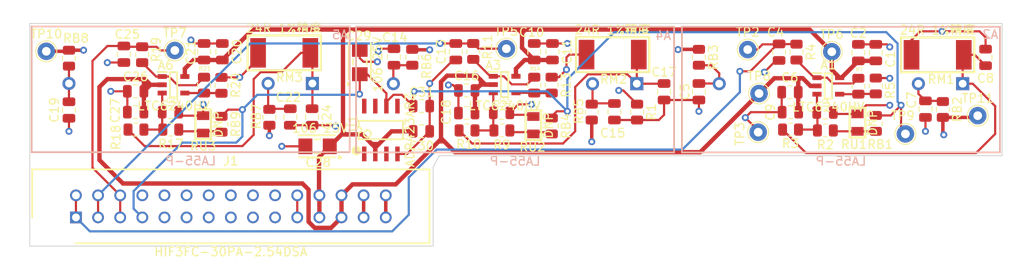
<source format=kicad_pcb>
(kicad_pcb (version 20221018) (generator pcbnew)
  (layers (0 "F.Cu" signal) (1 "In1.Cu" signal) (2 "In2.Cu" signal) (31 "B.Cu" signal) (34 "B.Paste" user) (35 "F.Paste" user) (36 "B.SilkS" user "B.Silkscreen") (37 "F.SilkS" user "F.Silkscreen") (38 "B.Mask" user) (39 "F.Mask" user) (44 "Edge.Cuts" user))
  (net 0 "")
  (net 1 "A+5V")
  (net 2 "Net-(A1--IN)")
  (net 3 "Net-(A1-+IN)")
  (net 4 "A-5V")
  (net 5 "Net-(A1-out)")
  (net 6 "Net-(A2-POS)")
  (net 7 "Net-(A2-NEG)")
  (net 8 "/CSO1")
  (net 9 "Net-(A3--IN)")
  (net 10 "Net-(A3-+IN)")
  (net 11 "Net-(A3-out)")
  (net 12 "Net-(A4-POS)")
  (net 13 "Net-(A4-NEG)")
  (net 14 "/CSO2")
  (net 15 "Net-(A5-POS)")
  (net 16 "Net-(A5-NEG)")
  (net 17 "/CSO3")
  (net 18 "Net-(A6--IN)")
  (net 19 "Net-(A6-+IN)")
  (net 20 "Net-(A6-out)")
  (net 21 "AGND")
  (net 22 "/VSO1")
  (net 23 "12VGND")
  (net 24 "/VSO2")
  (net 25 "/VSO3")
  (net 26 "REF_3V")
  (net 27 "+12")
  (net 28 "-12")
  (net 29 "Net-(R2-Pad1)")
  (net 30 "Net-(R9-Pad1)")
  (net 31 "Net-(R17-Pad1)")
  (footprint "Oshinoko:SOIC-8" (layer "F.Cu") (at 142.29 108.4 90)
    (fp_text reference "U1")
    (fp_text value "ADR423ARZ")
  )
  (footprint "TestPoint:TestPoint_THTPad_D2.0mm_Drill1.0mm" (layer "F.Cu") (at 186.3 96.4)
    (fp_text reference "TP2")
    (fp_text value "TP-黄色测试点")
  )
  (footprint "Resistor_SMD:R_0805_2012Metric" (layer "F.Cu") (at 180.7 97.2875 -90)
    (fp_text reference "RB3")
    (fp_text value "0R")
  )
  (footprint "Oshinoko:SOT95P280X100-5N" (layer "F.Cu") (at 120.4 100.45)
    (fp_text reference "A6")
    (fp_text value "LTC6240HV")
  )
  (footprint "Resistor_SMD:R_0805_2012Metric" (layer "F.Cu") (at 208.7 103.2875 -90)
    (fp_text reference "RB2")
    (fp_text value "0R")
  )
  (footprint "Capacitor_SMD:C_0805_2012Metric" (layer "F.Cu") (at 201 96.75 -90)
    (fp_text reference "C1")
    (fp_text value "105")
  )
  (footprint "Resistor_SMD:R_0805_2012Metric" (layer "F.Cu") (at 191.9 96.6875 -90)
    (fp_text reference "R4")
    (fp_text value "470R")
  )
  (footprint "Oshinoko:2512" (layer "F.Cu") (at 133.2 97.1 180)
    (fp_text reference "RM3")
    (fp_text value "24R 1%精度")
  )
  (footprint "Capacitor_SMD:C_0805_2012Metric" (layer "F.Cu") (at 148.85 102.9 180)
    (fp_text reference "C31")
    (fp_text value "104")
  )
  (footprint "Oshinoko:SHDR30W50P254_2X15_4560X850X1200P" (layer "F.Cu") (at 109.2 115.7)
    (fp_text reference "J1")
    (fp_text value "HIF3FC-30PA-2.54DSA")
  )
  (footprint "Resistor_SMD:R_0805_2012Metric" (layer "F.Cu") (at 116.0875 105.6)
    (fp_text reference "R18")
    (fp_text value "10k")
  )
  (footprint "Oshinoko:1206 (钽电容)" (layer "F.Cu") (at 141.775 99.2325 90)
    (fp_text reference "C29")
    (fp_text value "106 25V")
  )
  (footprint "Capacitor_SMD:C_0805_2012Metric" (layer "F.Cu") (at 126 96.65 -90)
    (fp_text reference "C20")
    (fp_text value "105")
  )
  (footprint "Capacitor_SMD:C_0805_2012Metric" (layer "F.Cu") (at 114.7 96.9375 90)
    (fp_text reference "C25")
    (fp_text value "103")
  )
  (footprint "Capacitor_SMD:C_0805_2012Metric" (layer "F.Cu") (at 108.4 103.35 90)
    (fp_text reference "C19")
    (fp_text value "47nf")
  )
  (footprint "Resistor_SMD:R_0805_2012Metric" (layer "F.Cu") (at 116.8 96.9875 -90)
    (fp_text reference "R19")
    (fp_text value "470R")
  )
  (footprint "Resistor_SMD:R_0805_2012Metric" (layer "F.Cu") (at 199 100.6125 -90)
    (fp_text reference "R7")
    (fp_text value "10k")
  )
  (footprint "TestPoint:TestPoint_THTPad_D2.0mm_Drill1.0mm" (layer "F.Cu") (at 105.8 96.6)
    (fp_text reference "TP10")
    (fp_text value "TP-黄色测试点")
  )
  (footprint "Capacitor_SMD:C_0805_2012Metric" (layer "F.Cu") (at 191.15 101.3)
    (fp_text reference "C6")
    (fp_text value "103")
  )
  (footprint "TestPoint:TestPoint_THTPad_D2.0mm_Drill1.0mm" (layer "F.Cu") (at 120.55 96.5)
    (fp_text reference "TP7")
    (fp_text value "TP-黄色测试点")
  )
  (footprint "TestPoint:TestPoint_THTPad_D2.0mm_Drill1.0mm" (layer "F.Cu") (at 204.4 106.1)
    (fp_text reference "TP9")
    (fp_text value "TP-黄色测试点")
  )
  (footprint "Resistor_SMD:R_0805_2012Metric" (layer "F.Cu") (at 195.2125 105.7 180)
    (fp_text reference "R2")
    (fp_text value "20k")
  )
  (footprint "Oshinoko:2512" (layer "F.Cu") (at 208.1966 97.3236 180)
    (fp_text reference "RM1")
    (fp_text value "24R 1%精度")
  )
  (footprint "Resistor_SMD:R_0805_2012Metric" (layer "F.Cu") (at 163.8 100.4875 -90)
    (fp_text reference "R13")
    (fp_text value "20k")
  )
  (footprint "Oshinoko:0805" (layer "F.Cu") (at 123.8 105 90)
    (fp_text reference "RU3")
    (fp_text value "DNP")
  )
  (footprint "Resistor_SMD:R_0805_2012Metric" (layer "F.Cu") (at 154.0875 105.7)
    (fp_text reference "R10")
    (fp_text value "10k")
  )
  (footprint "Capacitor_SMD:C_0805_2012Metric" (layer "F.Cu") (at 171 103.55 -90)
    (fp_text reference "C15")
    (fp_text value "47nf")
  )
  (footprint "Capacitor_SMD:C_0805_2012Metric" (layer "F.Cu") (at 161.8 96.65 -90)
    (fp_text reference "C10")
    (fp_text value "105")
  )
  (footprint "Resistor_SMD:R_0805_2012Metric" (layer "F.Cu") (at 163.809 105.1875 -90)
    (fp_text reference "RB4")
    (fp_text value "0R")
  )
  (footprint "Resistor_SMD:R_0805_2012Metric" (layer "F.Cu") (at 161.8 100.4875 -90)
    (fp_text reference "R14")
    (fp_text value "10k")
  )
  (footprint "Capacitor_SMD:C_0805_2012Metric" (layer "F.Cu") (at 195.1735 103.635)
    (fp_text reference "C3")
    (fp_text value "101")
  )
  (footprint "Capacitor_SMD:C_0805_2012Metric" (layer "F.Cu") (at 148.85 105.8 180)
    (fp_text reference "C30")
    (fp_text value "104")
  )
  (footprint "Resistor_SMD:R_0805_2012Metric" (layer "F.Cu") (at 201 100.5875 -90)
    (fp_text reference "R5")
    (fp_text value "20k")
  )
  (footprint "Oshinoko:SOT95P280X100-5N" (layer "F.Cu") (at 158.4 100.425)
    (fp_text reference "A3")
    (fp_text value "LTC6240HV")
  )
  (footprint "Resistor_SMD:R_0805_2012Metric" (layer "F.Cu") (at 125.9 100.5125 -90)
    (fp_text reference "R20")
    (fp_text value "20k")
  )
  (footprint "Resistor_SMD:R_0805_2012Metric" (layer "F.Cu") (at 147.8 97.2875 -90)
    (fp_text reference "RB6")
    (fp_text value "0R")
  )
  (footprint "Oshinoko:SOT95P280X100-5N" (layer "F.Cu") (at 195.55 100.58)
    (fp_text reference "A1")
    (fp_text value "LTC6240HV")
  )
  (footprint "Capacitor_SMD:C_0805_2012Metric" (layer "F.Cu") (at 154.05 103.7)
    (fp_text reference "C18")
    (fp_text value "105")
  )
  (footprint "Oshinoko:1206 (钽电容)" (layer "F.Cu") (at 138.3325 107.525 180)
    (fp_text reference "C28")
    (fp_text value "106 25V")
  )
  (footprint "Resistor_SMD:R_0805_2012Metric" (layer "F.Cu") (at 131.4 104.1875 -90)
    (fp_text reference "RB7")
    (fp_text value "0R")
  )
  (footprint "Capacitor_SMD:C_0805_2012Metric" (layer "F.Cu") (at 116.05 103.6)
    (fp_text reference "C27")
    (fp_text value "105")
  )
  (footprint "Resistor_SMD:R_0805_2012Metric" (layer "F.Cu") (at 158.0875 105.7 180)
    (fp_text reference "R9")
    (fp_text value "20k")
  )
  (footprint "Capacitor_SMD:C_0805_2012Metric" (layer "F.Cu") (at 199 96.75 -90)
    (fp_text reference "C2")
    (fp_text value "103")
  )
  (footprint "Capacitor_SMD:C_0805_2012Metric" (layer "F.Cu") (at 120.05 103.6)
    (fp_text reference "C23")
    (fp_text value "101")
  )
  (footprint "TestPoint:TestPoint_THTPad_D2.0mm_Drill1.0mm" (layer "F.Cu") (at 187.5 105.9)
    (fp_text reference "TP3")
    (fp_text value "TP-黄色测试点")
  )
  (footprint "Resistor_SMD:R_0805_2012Metric" (layer "F.Cu") (at 154.8 96.6125 -90)
    (fp_text reference "R11")
    (fp_text value "470R")
  )
  (footprint "Capacitor_SMD:C_0805_2012Metric" (layer "F.Cu") (at 180.7 101.25 90)
    (fp_text reference "C5")
    (fp_text value "47nf")
  )
  (footprint "Resistor_SMD:R_0805_2012Metric" (layer "F.Cu") (at 123.9 100.4875 -90)
    (fp_text reference "R21")
    (fp_text value "10k")
  )
  (footprint "Resistor_SMD:R_0805_2012Metric" (layer "F.Cu") (at 201 104.8875 -90)
    (fp_text reference "RB1")
    (fp_text value "0R")
  )
  (footprint "TestPoint:TestPoint_THTPad_D2.0mm_Drill1.0mm" (layer "F.Cu") (at 195.95 96.65)
    (fp_text reference "TP6")
    (fp_text value "TP-黄色测试点")
  )
  (footprint "Capacitor_SMD:C_0805_2012Metric" (layer "F.Cu") (at 191.2 103.6)
    (fp_text reference "C9")
    (fp_text value "105")
  )
  (footprint "Capacitor_SMD:C_0805_2012Metric" (layer "F.Cu") (at 163.89 96.65 -90)
    (fp_text reference "C11")
    (fp_text value "103")
  )
  (footprint "Capacitor_SMD:C_0805_2012Metric" (layer "F.Cu") (at 176.7 101.25 -90)
    (fp_text reference "C17")
    (fp_text value "4.7uF")
  )
  (footprint "TestPoint:TestPoint_THTPad_D2.0mm_Drill1.0mm" (layer "F.Cu") (at 158.6 96.3)
    (fp_text reference "TP5")
    (fp_text value "TP-黄色测试点")
  )
  (footprint "TestPoint:TestPoint_THTPad_D2.0mm_Drill1.0mm" (layer "F.Cu") (at 212.7 104)
    (fp_text reference "TP11")
    (fp_text value "TP-黄色测试点")
  )
  (footprint "Capacitor_SMD:C_0805_2012Metric" (layer "F.Cu") (at 189.9 96.7 90)
    (fp_text reference "C4")
    (fp_text value "103")
  )
  (footprint "Capacitor_SMD:C_0805_2012Metric" (layer "F.Cu") (at 116.05 101.2)
    (fp_text reference "C26")
    (fp_text value "103")
  )
  (footprint "Oshinoko:2512" (layer "F.Cu") (at 170.8966 97.3 180)
    (fp_text reference "RM2")
    (fp_text value "24R 1%精度")
  )
  (footprint "Capacitor_SMD:C_0805_2012Metric" (layer "F.Cu") (at 158.05 103.675)
    (fp_text reference "C12")
    (fp_text value "101")
  )
  (footprint "Capacitor_SMD:C_0805_2012Metric" (layer "F.Cu") (at 136.3 104.15 -90)
    (fp_text reference "C24")
    (fp_text value "4.7uF")
  )
  (footprint "Resistor_SMD:R_0805_2012Metric" (layer "F.Cu") (at 173.6 103.5875 -90)
    (fp_text reference "R1")
    (fp_text value "DNP")
  )
  (footprint "Resistor_SMD:R_0805_2012Metric" (layer "F.Cu") (at 191.2125 105.6)
    (fp_text reference "R3")
    (fp_text value "10k")
  )
  (footprint "Capacitor_SMD:C_0805_2012Metric" (layer "F.Cu") (at 133.8 104.15 -90)
    (fp_text reference "C22")
    (fp_text value "47nf")
  )
  (footprint "Oshinoko:0805" (layer "F.Cu") (at 161.7 105.1 90)
    (fp_text reference "RU2")
    (fp_text value "DNP")
  )
  (footprint "Resistor_SMD:R_0805_2012Metric" (layer "F.Cu") (at 168.4 103.5875 -90)
    (fp_text reference "RB5")
    (fp_text value "0R")
  )
  (footprint "Capacitor_SMD:C_0805_2012Metric" (layer "F.Cu") (at 154.05 101.1)
    (fp_text reference "C16")
    (fp_text value "103")
  )
  (footprint "Capacitor_SMD:C_0805_2012Metric" (layer "F.Cu") (at 152.8 96.65 90)
    (fp_text reference "C13")
    (fp_text value "103")
  )
  (footprint "Oshinoko:0805" (layer "F.Cu") (at 198.9 104.8 90)
    (fp_text reference "RU1")
    (fp_text value "DNP")
  )
  (footprint "Capacitor_SMD:C_0805_2012Metric" (layer "F.Cu") (at 123.9 96.65 -90)
    (fp_text reference "C21")
    (fp_text value "103")
  )
  (footprint "Resistor_SMD:R_0805_2012Metric" (layer "F.Cu") (at 108.4 97.3875 -90)
    (fp_text reference "RB8")
    (fp_text value "0R")
  )
  (footprint "Capacitor_SMD:C_0805_2012Metric" (layer "F.Cu") (at 213.6 97.3 90)
    (fp_text reference "C8")
    (fp_text value "4.7uF")
  )
  (footprint "Capacitor_SMD:C_0805_2012Metric" (layer "F.Cu") (at 206.7 103.25 -90)
    (fp_text reference "C7")
    (fp_text value "47nf")
  )
  (footprint "TestPoint:TestPoint_THTPad_D2.0mm_Drill1.0mm" (layer "F.Cu") (at 187.6 101.45)
    (fp_text reference "TP8")
    (fp_text value "TP-黄色测试点")
  )
  (footprint "Resistor_SMD:R_0805_2012Metric" (layer "F.Cu") (at 125.9 104.9875 -90)
    (fp_text reference "RB9")
    (fp_text value "0R")
  )
  (footprint "Capacitor_SMD:C_0805_2012Metric" (layer "F.Cu") (at 145.7 97.25 -90)
    (fp_text reference "C14")
    (fp_text value "47nf")
  )
  (footprint "Resistor_SMD:R_0805_2012Metric" (layer "F.Cu") (at 120.0875 105.6 180)
    (fp_text reference "R17")
    (fp_text value "20k")
  )
  (footprint "Oshinoko:XDCR_LA55-P" (layer "B.Cu") (at 122.37 100.975 180)
    (fp_text reference "A5")
    (fp_text value "LA55-P")
  )
  (footprint "Oshinoko:XDCR_LA55-P" (layer "B.Cu") (at 197 101 180)
    (fp_text reference "A2")
    (fp_text value "LA55-P")
  )
  (footprint "Oshinoko:XDCR_LA55-P" (layer "B.Cu") (at 159.6 101 180)
    (fp_text reference "A4")
    (fp_text value "LA55-P")
  )
  (gr_line (start 215.5 108.6) (end 150.9 108.6) (stroke (width 0.1)) (layer "Edge.Cuts"))
  (gr_line (start 150.2 119) (end 103.9 119) (stroke (width 0.1)) (layer "Edge.Cuts"))
  (gr_line (start 103.9 119) (end 103.9 93.4) (stroke (width 0.1)) (layer "Edge.Cuts"))
  (gr_line (start 150.2 109.9) (end 150.2 119) (stroke (width 0.1)) (layer "Edge.Cuts"))
  (gr_line (start 103.9 93.4) (end 215.5 93.4) (stroke (width 0.1)) (layer "Edge.Cuts"))
  (gr_line (start 150.9 108.6) (end 150.2 109.9) (stroke (width 0.1)) (layer "Edge.Cuts"))
  (gr_line (start 215.5 93.4) (end 215.5 108.6) (stroke (width 0.1)) (layer "Edge.Cuts"))
  (segment (start 160.7 94.1) (end 160.6 94.1) (width 0.5) (layer "F.Cu") (net 1))
  (segment (start 160.4 94.1) (end 160.4 94.5) (width 0.5) (layer "F.Cu") (net 1))
  (segment (start 159.7486 94.1) (end 160.7 94.1) (width 0.5) (layer "F.Cu") (net 1))
  (segment (start 140.35 94.1) (end 139.85 94.6) (width 0.5) (layer "F.Cu") (net 1))
  (segment (start 139.85 94.45) (end 140 94.3) (width 0.5) (layer "F.Cu") (net 1))
  (segment (start 160.7 94.1) (end 161.1 94.1) (width 0.5) (layer "F.Cu") (net 1))
  (segment (start 139.2 94.1) (end 139.5 94.1) (width 0.5) (layer "F.Cu") (net 1))
  (segment (start 143.56 107.665) (end 143.9625 107.2625) (width 0.5) (layer "F.Cu") (net 1))
  (segment (start 140.2 94.1) (end 140.5 94.1) (width 0.5) (layer "F.Cu") (net 1))
  (segment (start 159.7486 94.1) (end 160 94.1) (width 0.5) (layer "F.Cu") (net 1))
  (segment (start 137.1 113.12) (end 137.1 108.7575) (width 0.5) (layer "F.Cu") (net 1))
  (segment (start 137.14 113.16) (end 137.14 115.7) (width 0.5) (layer "F.Cu") (net 1))
  (segment (start 139.2 94.1) (end 140.2 94.1) (width 0.5) (layer "F.Cu") (net 1))
  (segment (start 143.9625 107.2625) (end 145.425 105.8) (width 0.5) (layer "F.Cu") (net 1))
  (segment (start 140.5 94.1) (end 159.7486 94.1) (width 0.5) (layer "F.Cu") (net 1))
  (segment (start 160.7 97.6) (end 161.8 97.6) (width 0.5) (layer "F.Cu") (net 1))
  (segment (start 163.89 97.6) (end 161.8 97.6) (width 0.5) (layer "F.Cu") (net 1))
  (segment (start 195.95 96.65) (end 195.95 98.73) (width 0.5) (layer "F.Cu") (net 1))
  (segment (start 139.5 94.1) (end 139.85 94.45) (width 0.5) (layer "F.Cu") (net 1))
  (segment (start 145.425 105.8) (end 147.9 105.8) (width 0.5) (layer "F.Cu") (net 1))
  (segment (start 122.7 97.6) (end 123.9 97.6) (width 0.5) (layer "F.Cu") (net 1))
  (segment (start 142.045 106.15) (end 143.0975 107.2025) (width 0.5) (layer "F.Cu") (net 1))
  (segment (start 139.85 106.0075) (end 139.85 105.9) (width 0.5) (layer "F.Cu") (net 1))
  (segment (start 140.4 106.15) (end 139.85 106.15) (width 0.5) (layer "F.Cu") (net 1))
  (segment (start 197.07 99.63) (end 199 97.7) (width 0.5) (layer "F.Cu") (net 1))
  (segment (start 143.0975 107.2025) (end 143.56 107.665) (width 0.5) (layer "F.Cu") (net 1))
  (segment (start 161.1 94.1) (end 160.8 94.1) (width 0.5) (layer "F.Cu") (net 1))
  (segment (start 195.95 98.73) (end 196.85 99.63) (width 0.5) (layer "F.Cu") (net 1))
  (segment (start 159.7 99.475) (end 159.7 98.6) (width 0.5) (layer "F.Cu") (net 1))
  (segment (start 160.4 96.2) (end 161.8 97.6) (width 0.5) (layer "F.Cu") (net 1))
  (segment (start 160.4 94.5) (end 160.4 96.2) (width 0.5) (layer "F.Cu") (net 1))
  (segment (start 143.56 107.665) (end 143.56 108.4) (width 0.5) (layer "F.Cu") (net 1))
  (segment (start 140.4 106.15) (end 140.1 106.15) (width 0.5) (layer "F.Cu") (net 1))
  (segment (start 137.14 113.16) (end 137.1 113.12) (width 0.5) (layer "F.Cu") (net 1))
  (segment (start 121.7 99.5) (end 121.7 98.6) (width 0.5) (layer "F.Cu") (net 1))
  (segment (start 196.85 99.63) (end 197.07 99.63) (width 0.5) (layer "F.Cu") (net 1))
  (segment (start 199 97.7) (end 201 97.7) (width 0.5) (layer "F.Cu") (net 1))
  (segment (start 121.7 98.6) (end 122.7 97.6) (width 0.5) (layer "F.Cu") (net 1))
  (segment (start 140.1 106.15) (end 139.85 105.9) (width 0.5) (layer "F.Cu") (net 1))
  (segment (start 137.1 108.7575) (end 139.85 106.0075) (width 0.5) (layer "F.Cu") (net 1))
  (segment (start 193.4 94.1) (end 195.95 96.65) (width 0.5) (layer "F.Cu") (net 1))
  (segment (start 143.0975 107.2025) (end 143.1575 107.2625) (width 0.5) (layer "F.Cu") (net 1))
  (segment (start 139.85 94.6) (end 139.85 94.45) (width 0.5) (layer "F.Cu") (net 1))
  (segment (start 159.7 98.6) (end 160.7 97.6) (width 0.5) (layer "F.Cu") (net 1))
  (segment (start 160.8 94.1) (end 160.4 94.5) (width 0.5) (layer "F.Cu") (net 1))
  (segment (start 143.1575 107.2625) (end 143.9625 107.2625) (width 0.5) (layer "F.Cu") (net 1))
  (segment (start 160 94.1) (end 160.4 94.5) (width 0.5) (layer "F.Cu") (net 1))
  (segment (start 126 97.6) (end 129.5 94.1) (width 0.5) (layer "F.Cu") (net 1))
  (segment (start 140.4 106.15) (end 142.045 106.15) (width 0.5) (layer "F.Cu") (net 1))
  (segment (start 129.5 94.1) (end 139.2 94.1) (width 0.5) (layer "F.Cu") (net 1))
  (segment (start 139.85 106.15) (end 139.85 94.6) (width 0.5) (layer "F.Cu") (net 1))
  (segment (start 161.1 94.1) (end 193.4 94.1) (width 0.5) (layer "F.Cu") (net 1))
  (segment (start 123.9 97.6) (end 126 97.6) (width 0.5) (layer "F.Cu") (net 1))
  (segment (start 140.5 94.1) (end 140.35 94.1) (width 0.5) (layer "F.Cu") (net 1))
  (segment (start 199.025 101.5) (end 199 101.525) (width 0.25) (layer "F.Cu") (net 2))
  (segment (start 196.85 101.53) (end 198.995 101.53) (width 0.25) (layer "F.Cu") (net 2))
  (segment (start 201 101.5) (end 199.025 101.5) (width 0.25) (layer "F.Cu") (net 2))
  (segment (start 198.995 101.53) (end 199 101.525) (width 0.25) (layer "F.Cu") (net 2))
  (segment (start 194.25 103.6085) (end 194.2235 103.635) (width 0.25) (layer "F.Cu") (net 3))
  (segment (start 194.2 105.6) (end 194.3 105.7) (width 0.25) (layer "F.Cu") (net 3))
  (segment (start 194.25 101.53) (end 194.25 103.6085) (width 0.25) (layer "F.Cu") (net 3))
  (segment (start 194.3 103.7115) (end 194.2235 103.635) (width 0.25) (layer "F.Cu") (net 3))
  (segment (start 192.125 105.6) (end 194.2 105.6) (width 0.25) (layer "F.Cu") (net 3))
  (segment (start 194.3 105.7) (end 194.3 103.7115) (width 0.25) (layer "F.Cu") (net 3))
  (segment (start 155.675 99.925672) (end 155.675 100.425) (width 0.5) (layer "F.Cu") (net 4))
  (segment (start 139.68 113.16) (end 139.68 115.7) (width 0.5) (layer "F.Cu") (net 4))
  (segment (start 117.75 100.45) (end 117.4 100.1) (width 0.5) (layer "F.Cu") (net 4))
  (segment (start 151.45 106.95) (end 150.85 106.95) (width 0.5) (layer "F.Cu") (net 4))
  (segment (start 193.78 100.58) (end 193.5 100.58) (width 0.5) (layer "F.Cu") (net 4))
  (segment (start 151.1 106.7) (end 150.85 106.95) (width 0.5) (layer "F.Cu") (net 4))
  (segment (start 119.1 100.45) (end 117.75 100.45) (width 0.5) (layer "F.Cu") (net 4))
  (segment (start 155 101.1) (end 155 103.7) (width 0.5) (layer "F.Cu") (net 4))
  (segment (start 112.8 99.8) (end 111.9 100.7) (width 0.5) (layer "F.Cu") (net 4))
  (segment (start 151.1 106.7) (end 151.2 106.7) (width 0.5) (layer "F.Cu") (net 4))
  (segment (start 192.1 103.55) (end 192.15 103.6) (width 0.5) (layer "F.Cu") (net 4))
  (segment (start 192.62 99.7) (end 192.4 99.7) (width 0.5) (layer "F.Cu") (net 4))
  (segment (start 117 100.5) (end 117 101.2) (width 0.5) (layer "F.Cu") (net 4))
  (segment (start 151.8 99.4) (end 151.1 100.1) (width 0.5) (layer "F.Cu") (net 4))
  (segment (start 187.6 101.45) (end 189.35 99.7) (width 0.5) (layer "F.Cu") (net 4))
  (segment (start 151.1 100.1) (end 151.1 106.7) (width 0.5) (layer "F.Cu") (net 4))
  (segment (start 117.1 99.8) (end 116.8 99.8) (width 0.5) (layer "F.Cu") (net 4))
  (segment (start 135.194214 111.8) (end 135.9 112.505786) (width 0.5) (layer "F.Cu") (net 4))
  (segment (start 117.75 100.45) (end 117 101.2) (width 0.5) (layer "F.Cu") (net 4))
  (segment (start 193.5 100.58) (end 192.62 99.7) (width 0.5) (layer "F.Cu") (net 4))
  (segment (start 192.1 99.9) (end 192.3 99.7) (width 0.5) (layer "F.Cu") (net 4))
  (segment (start 155.675 100.425) (end 155 101.1) (width 0.5) (layer "F.Cu") (net 4))
  (segment (start 180.85 108.2) (end 152.7 108.2) (width 0.5) (layer "F.Cu") (net 4))
  (segment (start 135.9 116.2) (end 136.6 116.9) (width 0.5) (layer "F.Cu") (net 4))
  (segment (start 151.2 106.7) (end 151.45 106.95) (width 0.5) (layer "F.Cu") (net 4))
  (segment (start 117 101.2) (end 117 103.6) (width 0.5) (layer "F.Cu") (net 4))
  (segment (start 192.1 101.3) (end 192.1 103.55) (width 0.5) (layer "F.Cu") (net 4))
  (segment (start 194.25 100.58) (end 193.78 100.58) (width 0.25) (layer "F.Cu") (net 4))
  (segment (start 117.4 100.1) (end 117.1 99.8) (width 0.5) (layer "F.Cu") (net 4))
  (segment (start 155.574664 99.825336) (end 155.149327 99.4) (width 0.5) (layer "F.Cu") (net 4))
  (segment (start 189.35 99.7) (end 191.9 99.7) (width 0.5) (layer "F.Cu") (net 4))
  (segment (start 155.574664 99.825336) (end 156.174327 100.425) (width 0.5) (layer "F.Cu") (net 4))
  (segment (start 116.8 99.8) (end 112.8 99.8) (width 0.5) (layer "F.Cu") (net 4))
  (segment (start 155.149327 99.4) (end 151.8 99.4) (width 0.5) (layer "F.Cu") (net 4))
  (segment (start 150.85 106.95) (end 145.9 111.9) (width 0.5) (layer "F.Cu") (net 4))
  (segment (start 192.3 99.7) (end 192.4 99.7) (width 0.5) (layer "F.Cu") (net 4))
  (segment (start 187.6 101.45) (end 180.85 108.2) (width 0.5) (layer "F.Cu") (net 4))
  (segment (start 111.9 109.1) (end 114.6 111.8) (width 0.5) (layer "F.Cu") (net 4))
  (segment (start 157.1 100.425) (end 155.675 100.425) (width 0.5) (layer "F.Cu") (net 4))
  (segment (start 136.6 116.9) (end 138.48 116.9) (width 0.5) (layer "F.Cu") (net 4))
  (segment (start 111.9 100.7) (end 111.9 109.1) (width 0.5) (layer "F.Cu") (net 4))
  (segment (start 138.48 116.9) (end 139.68 115.7) (width 0.5) (layer "F.Cu") (net 4))
  (segment (start 191.9 99.7) (end 192.1 99.9) (width 0.5) (layer "F.Cu") (net 4))
  (segment (start 116.8 99.8) (end 117 100) (width 0.5) (layer "F.Cu") (net 4))
  (segment (start 117 100) (end 117 100.5) (width 0.5) (layer "F.Cu") (net 4))
  (segment (start 192.1 99.9) (end 192.1 101.3) (width 0.5) (layer "F.Cu") (net 4))
  (segment (start 156.174327 100.425) (end 157.1 100.425) (width 0.5) (layer "F.Cu") (net 4))
  (segment (start 145.9 111.9) (end 140.94 111.9) (width 0.5) (layer "F.Cu") (net 4))
  (segment (start 152.7 108.2) (end 151.45 106.95) (width 0.5) (layer "F.Cu") (net 4))
  (segment (start 114.6 111.8) (end 135.194214 111.8) (width 0.5) (layer "F.Cu") (net 4))
  (segment (start 140.94 111.9) (end 139.68 113.16) (width 0.5) (layer "F.Cu") (net 4))
  (segment (start 117.25 100.25) (end 117 100.5) (width 0.5) (layer "F.Cu") (net 4))
  (segment (start 192.4 99.7) (end 191.9 99.7) (width 0.5) (layer "F.Cu") (net 4))
  (segment (start 155.574664 99.825336) (end 155.675 99.925672) (width 0.5) (layer "F.Cu") (net 4))
  (segment (start 135.9 112.505786) (end 135.9 116.2) (width 0.5) (layer "F.Cu") (net 4))
  (segment (start 117.4 100.1) (end 117.25 100.25) (width 0.5) (layer "F.Cu") (net 4))
  (segment (start 193.93 99.63) (end 191.9 97.6) (width 0.25) (layer "F.Cu") (net 5))
  (segment (start 196.07 100.3) (end 198.4 100.3) (width 0.25) (layer "F.Cu") (net 5))
  (segment (start 198.4 100.3) (end 199 99.7) (width 0.25) (layer "F.Cu") (net 5))
  (segment (start 195.4 99.63) (end 196.07 100.3) (width 0.25) (layer "F.Cu") (net 5))
  (segment (start 194.25 99.63) (end 195.4 99.63) (width 0.25) (layer "F.Cu") (net 5))
  (segment (start 194.25 99.63) (end 193.93 99.63) (width 0.25) (layer "F.Cu") (net 5))
  (segment (start 180.7 98.2) (end 182.1 98.2) (width 0.25) (layer "F.Cu") (net 6))
  (segment (start 183.03 99.13) (end 183.03 100.325) (width 0.25) (layer "F.Cu") (net 6))
  (segment (start 180.7 100.3) (end 183.005 100.3) (width 0.25) (layer "F.Cu") (net 6))
  (segment (start 183.005 100.3) (end 183.03 100.325) (width 0.25) (layer "F.Cu") (net 6))
  (segment (start 182.1 98.2) (end 183.03 99.13) (width 0.25) (layer "F.Cu") (net 6))
  (segment (start 208.625 102.3) (end 208.7 102.375) (width 0.25) (layer "F.Cu") (net 7))
  (segment (start 206.7 102.3) (end 208.625 102.3) (width 0.25) (layer "F.Cu") (net 7))
  (segment (start 205.89 101.49) (end 206.7 102.3) (width 0.25) (layer "F.Cu") (net 7))
  (segment (start 205.89 100.325) (end 205.89 101.49) (width 0.25) (layer "F.Cu") (net 7))
  (segment (start 210.97 100.325) (end 210.97 97.13) (width 0.25) (layer "F.Cu") (net 8))
  (segment (start 190.3 105.6) (end 193 108.3) (width 0.25) (layer "F.Cu") (net 8))
  (segment (start 212.5 108.3) (end 214.7 106.1) (width 0.25) (layer "F.Cu") (net 8))
  (segment (start 212.35 97) (end 211.1 97) (width 0.25) (layer "F.Cu") (net 8))
  (segment (start 193 108.3) (end 212.5 108.3) (width 0.25) (layer "F.Cu") (net 8))
  (segment (start 210.97 97.13) (end 211.1 97) (width 0.25) (layer "F.Cu") (net 8))
  (segment (start 214.7 106.1) (end 214.7 102.9) (width 0.25) (layer "F.Cu") (net 8))
  (segment (start 214.7 102.9) (end 212.125 100.325) (width 0.25) (layer "F.Cu") (net 8))
  (segment (start 213.6 98.25) (end 212.35 97) (width 0.25) (layer "F.Cu") (net 8))
  (segment (start 212.125 100.325) (end 210.97 100.325) (width 0.25) (layer "F.Cu") (net 8))
  (segment (start 161.775 101.375) (end 161.8 101.4) (width 0.25) (layer "F.Cu") (net 9))
  (segment (start 163.8 101.4) (end 161.8 101.4) (width 0.25) (layer "F.Cu") (net 9))
  (segment (start 159.7 101.375) (end 161.775 101.375) (width 0.25) (layer "F.Cu") (net 9))
  (segment (start 155 105.7) (end 157.175 105.7) (width 0.25) (layer "F.Cu") (net 10))
  (segment (start 157.1 103.675) (end 157.1 105.625) (width 0.25) (layer "F.Cu") (net 10))
  (segment (start 157.1 101.375) (end 157.1 103.675) (width 0.25) (layer "F.Cu") (net 10))
  (segment (start 157.1 105.625) (end 157.175 105.7) (width 0.25) (layer "F.Cu") (net 10))
  (segment (start 158.3 99.475) (end 159.225 100.4) (width 0.25) (layer "F.Cu") (net 11))
  (segment (start 157.1 99.475) (end 156.75 99.475) (width 0.25) (layer "F.Cu") (net 11))
  (segment (start 159.225 100.4) (end 160.975 100.4) (width 0.25) (layer "F.Cu") (net 11))
  (segment (start 160.975 100.4) (end 161.8 99.575) (width 0.25) (layer "F.Cu") (net 11))
  (segment (start 157.1 99.475) (end 158.3 99.475) (width 0.25) (layer "F.Cu") (net 11))
  (segment (start 156.75 99.475) (end 154.8 97.525) (width 0.25) (layer "F.Cu") (net 11))
  (segment (start 145.7 98.2) (end 147.8 98.2) (width 0.25) (layer "F.Cu") (net 12))
  (segment (start 145.63 100.325) (end 145.63 98.27) (width 0.25) (layer "F.Cu") (net 12))
  (segment (start 145.63 98.27) (end 145.7 98.2) (width 0.25) (layer "F.Cu") (net 12))
  (segment (start 168.49 100.325) (end 168.49 102.585) (width 0.25) (layer "F.Cu") (net 13))
  (segment (start 168.49 102.585) (end 170.59 102.585) (width 0.25) (layer "F.Cu") (net 13))
  (segment (start 170.59 102.585) (end 170.7 102.475) (width 0.25) (layer "F.Cu") (net 13))
  (segment (start 165.1 107.2) (end 166.5 105.8) (width 0.25) (layer "F.Cu") (net 14))
  (segment (start 176.675 100.325) (end 173.57 100.325) (width 0.25) (layer "F.Cu") (net 14))
  (segment (start 167.95 99.25) (end 172.495 99.25) (width 0.25) (layer "F.Cu") (net 14))
  (segment (start 153.175 105.7) (end 154.675 107.2) (width 0.25) (layer "F.Cu") (net 14))
  (segment (start 173.57 97.043) (end 173.5034 96.9764) (width 0.25) (layer "F.Cu") (net 14))
  (segment (start 154.675 107.2) (end 165.1 107.2) (width 0.25) (layer "F.Cu") (net 14))
  (segment (start 172.495 99.25) (end 173.57 100.325) (width 0.25) (layer "F.Cu") (net 14))
  (segment (start 166.5 105.8) (end 166.5 100.7) (width 0.25) (layer "F.Cu") (net 14))
  (segment (start 176.7 100.3) (end 176.675 100.325) (width 0.25) (layer "F.Cu") (net 14))
  (segment (start 166.5 100.7) (end 167.95 99.25) (width 0.25) (layer "F.Cu") (net 14))
  (segment (start 173.57 100.325) (end 173.57 97.043) (width 0.25) (layer "F.Cu") (net 14))
  (segment (start 108.4 100.3) (end 108.4 102.4) (width 0.25) (layer "F.Cu") (net 15))
  (segment (start 108.4 98.3) (end 108.4 100.3) (width 0.25) (layer "F.Cu") (net 15))
  (segment (start 133.535 103.21) (end 133.6 103.275) (width 0.25) (layer "F.Cu") (net 16))
  (segment (start 131.26 100.3) (end 131.26 103.18) (width 0.25) (layer "F.Cu") (net 16))
  (segment (start 131.29 103.21) (end 133.535 103.21) (width 0.25) (layer "F.Cu") (net 16))
  (segment (start 131.26 103.18) (end 131.29 103.21) (width 0.25) (layer "F.Cu") (net 16))
  (segment (start 117.075 107.5) (end 128.3 107.5) (width 0.25) (layer "F.Cu") (net 17))
  (segment (start 130.4 99) (end 132.8 99) (width 0.25) (layer "F.Cu") (net 17))
  (segment (start 136.34 100.3) (end 136.34 103.16) (width 0.25) (layer "F.Cu") (net 17))
  (segment (start 128.3 107.5) (end 129.6 106.2) (width 0.25) (layer "F.Cu") (net 17))
  (segment (start 136.34 97.013) (end 136.1034 96.7764) (width 0.25) (layer "F.Cu") (net 17))
  (segment (start 136.34 100.3) (end 136.34 97.013) (width 0.25) (layer "F.Cu") (net 17))
  (segment (start 136.34 103.16) (end 136.3 103.2) (width 0.25) (layer "F.Cu") (net 17))
  (segment (start 115.175 105.6) (end 117.075 107.5) (width 0.25) (layer "F.Cu") (net 17))
  (segment (start 129.6 99.8) (end 130.4 99) (width 0.25) (layer "F.Cu") (net 17))
  (segment (start 135.0236 96.7764) (end 136.1034 96.7764) (width 0.25) (layer "F.Cu") (net 17))
  (segment (start 132.8 99) (end 135.0236 96.7764) (width 0.25) (layer "F.Cu") (net 17))
  (segment (start 129.6 106.2) (end 129.6 99.8) (width 0.25) (layer "F.Cu") (net 17))
  (segment (start 125.875 101.4) (end 125.9 101.425) (width 0.25) (layer "F.Cu") (net 18))
  (segment (start 123.9 101.4) (end 125.875 101.4) (width 0.25) (layer "F.Cu") (net 18))
  (segment (start 121.7 101.4) (end 123.9 101.4) (width 0.25) (layer "F.Cu") (net 18))
  (segment (start 119.1 105.525) (end 119.175 105.6) (width 0.25) (layer "F.Cu") (net 19))
  (segment (start 119.1 103.6) (end 119.1 105.525) (width 0.25) (layer "F.Cu") (net 19))
  (segment (start 119.175 105.6) (end 117 105.6) (width 0.25) (layer "F.Cu") (net 19))
  (segment (start 119.1 101.4) (end 119.1 103.6) (width 0.25) (layer "F.Cu") (net 19))
  (segment (start 119.1 99.5) (end 118.4 99.5) (width 0.25) (layer "F.Cu") (net 20))
  (segment (start 120.875 100.5) (end 122.975 100.5) (width 0.25) (layer "F.Cu") (net 20))
  (segment (start 122.975 100.5) (end 123.9 99.575) (width 0.25) (layer "F.Cu") (net 20))
  (segment (start 119.875 99.5) (end 120.875 100.5) (width 0.25) (layer "F.Cu") (net 20))
  (segment (start 119.1 99.5) (end 119.875 99.5) (width 0.25) (layer "F.Cu") (net 20))
  (segment (start 118.4 99.5) (end 116.8 97.9) (width 0.25) (layer "F.Cu") (net 20))
  (segment (start 141.775 96.4325) (end 141.775 97.375) (width 0.25) (layer "F.Cu") (net 21))
  (segment (start 141.775 97.375) (end 142.2 97.8) (width 0.25) (layer "F.Cu") (net 21))
  (segment (start 189.55 97.65) (end 188.2 99) (width 0.25) (layer "F.Cu") (net 21))
  (segment (start 201 95.8) (end 202.3 95.8) (width 0.25) (layer "F.Cu") (net 21))
  (segment (start 199 95.8) (end 201 95.8) (width 0.25) (layer "F.Cu") (net 21))
  (segment (start 190.25 103.6) (end 186.651376 103.6) (width 0.25) (layer "F.Cu") (net 21))
  (segment (start 187.5 105.7) (end 187.5 105.9) (width 0.25) (layer "F.Cu") (net 21))
  (segment (start 186.025688 104.225688) (end 187.5 105.7) (width 0.25) (layer "F.Cu") (net 21))
  (segment (start 159.975 102.7) (end 159 103.675) (width 0.25) (layer "F.Cu") (net 21))
  (segment (start 112.8125 97.8875) (end 112.8 97.9) (width 0.25) (layer "F.Cu") (net 21))
  (segment (start 196.2885 103.8) (end 198.9 103.8) (width 0.25) (layer "F.Cu") (net 21))
  (segment (start 115.1 101.2) (end 113.2 101.2) (width 0.25) (layer "F.Cu") (net 21))
  (segment (start 115.1 101.2) (end 115.1 103.6) (width 0.25) (layer "F.Cu") (net 21))
  (segment (start 190.2 103.55) (end 190.25 103.6) (width 0.25) (layer "F.Cu") (net 21))
  (segment (start 152.4755 100.4755) (end 153.1 101.1) (width 0.25) (layer "F.Cu") (net 21))
  (segment (start 159.225 103.9) (end 161.7 103.9) (width 0.25) (layer "F.Cu") (net 21))
  (segment (start 149.8 102.9) (end 149.8 100.3) (width 0.25) (layer "F.Cu") (net 21))
  (segment (start 161.5 102.7) (end 159.975 102.7) (width 0.25) (layer "F.Cu") (net 21))
  (segment (start 153.1 103.7) (end 153.1 101.1) (width 0.25) (layer "F.Cu") (net 21))
  (segment (start 161.8 95.7) (end 163.89 95.7) (width 0.25) (layer "F.Cu") (net 21))
  (segment (start 171.5 101.1) (end 172.025 101.1) (width 0.25) (layer "F.Cu") (net 21))
  (segment (start 196.1235 103.635) (end 196.2885 103.8) (width 0.25) (layer "F.Cu") (net 21))
  (segment (start 189.9 97.65) (end 189.55 97.65) (width 0.25) (layer "F.Cu") (net 21))
  (segment (start 123.9 95.7) (end 126 95.7) (width 0.25) (layer "F.Cu") (net 21))
  (segment (start 152.8 97.6) (end 152.5 97.6) (width 0.25) (layer "F.Cu") (net 21))
  (segment (start 159 103.675) (end 159.225 103.9) (width 0.25) (layer "F.Cu") (net 21))
  (segment (start 114.7 97.8875) (end 112.8125 97.8875) (width 0.25) (layer "F.Cu") (net 21))
  (segment (start 142.2 97.8) (end 143.8 97.8) (width 0.25) (layer "F.Cu") (net 21))
  (segment (start 202.3 95.8) (end 202.6 96.1) (width 0.25) (layer "F.Cu") (net 21))
  (segment (start 163.89 95.7) (end 165.6 95.7) (width 0.25) (layer "F.Cu") (net 21))
  (segment (start 199.9 102.8) (end 202.6 102.8) (width 0.25) (layer "F.Cu") (net 21))
  (segment (start 190.2 101.3) (end 190.2 103.55) (width 0.25) (layer "F.Cu") (net 21))
  (segment (start 123.9 95.7) (end 122.8 95.7) (width 0.25) (layer "F.Cu") (net 21))
  (segment (start 146.1 108.4) (end 147.2 108.4) (width 0.25) (layer "F.Cu") (net 21))
  (segment (start 149.8 105.8) (end 149.8 102.9) (width 0.25) (layer "F.Cu") (net 21))
  (segment (start 123.8 102.7) (end 123.8 104) (width 0.25) (layer "F.Cu") (net 21))
  (segment (start 123.8 104) (end 121.4 104) (width 0.25) (layer "F.Cu") (net 21))
  (segment (start 147.2 108.4) (end 149.8 105.8) (width 0.25) (layer "F.Cu") (net 21))
  (segment (start 135.5325 107.525) (end 132.825 107.525) (width 0.25) (layer "F.Cu") (net 21))
  (segment (start 186.651376 103.6) (end 186.025688 104.225688) (width 0.25) (layer "F.Cu") (net 21))
  (segment (start 152.5 97.6) (end 149.8 100.3) (width 0.25) (layer "F.Cu") (net 21))
  (segment (start 151.9495 100.4755) (end 152.4755 100.4755) (width 0.25) (layer "F.Cu") (net 21))
  (segment (start 132.8 107.5) (end 132.825 107.525) (width 0.25) (layer "F.Cu") (net 21))
  (segment (start 122.8 95.7) (end 122.4 95.3) (width 0.25) (layer "F.Cu") (net 21))
  (segment (start 172.025 101.1) (end 173.6 102.675) (width 0.25) (layer "F.Cu") (net 21))
  (segment (start 121.4 104) (end 121 103.6) (width 0.25) (layer "F.Cu") (net 21))
  (segment (start 198.9 103.8) (end 199.9 102.8) (width 0.25) (layer "F.Cu") (net 21))
  (via (at 171.5 101.1) (size 0.8) (drill 0.4) (layers "F.Cu" "B.Cu") (net 21))
  (via (at 113.2 101.2) (size 0.8) (drill 0.4) (layers "F.Cu" "B.Cu") (net 21))
  (via (at 132.825 107.525) (size 0.8) (drill 0.4) (layers "F.Cu" "B.Cu") (net 21))
  (via (at 161.5 102.7) (size 0.8) (drill 0.4) (layers "F.Cu" "B.Cu") (net 21))
  (via (at 186.025688 104.225688) (size 0.8) (drill 0.4) (layers "F.Cu" "B.Cu") (net 21))
  (via (at 202.6 96.1) (size 0.8) (drill 0.4) (layers "F.Cu" "B.Cu") (net 21))
  (via (at 202.6 102.8) (size 0.8) (drill 0.4) (layers "F.Cu" "B.Cu") (net 21))
  (via (at 149.8 100.3) (size 0.8) (drill 0.4) (layers "F.Cu" "B.Cu") (net 21))
  (via (at 188.2 99) (size 0.8) (drill 0.4) (layers "F.Cu" "B.Cu") (net 21))
  (via (at 112.8 97.9) (size 0.8) (drill 0.4) (layers "F.Cu" "B.Cu") (net 21))
  (via (at 165.6 95.7) (size 0.8) (drill 0.4) (layers "F.Cu" "B.Cu") (net 21))
  (via (at 151.9495 100.4755) (size 0.8) (drill 0.4) (layers "F.Cu" "B.Cu") (net 21))
  (via (at 122.4 95.3) (size 0.8) (drill 0.4) (layers "F.Cu" "B.Cu") (net 21))
  (via (at 143.8 97.8) (size 0.8) (drill 0.4) (layers "F.Cu" "B.Cu") (net 21))
  (via (at 123.8 102.7) (size 0.8) (drill 0.4) (layers "F.Cu" "B.Cu") (net 21))
  (segment (start 189.75 95.75) (end 189.9 95.75) (width 0.25) (layer "F.Cu") (net 22))
  (segment (start 186.6 98.9) (end 189.75 95.75) (width 0.25) (layer "F.Cu") (net 22))
  (segment (start 188 95.8) (end 189.85 95.8) (width 0.25) (layer "F.Cu") (net 22))
  (segment (start 109.2 113.16) (end 109.2 115.7) (width 0.25) (layer "F.Cu") (net 22))
  (segment (start 189.925 95.775) (end 189.9 95.75) (width 0.25) (layer "F.Cu") (net 22))
  (segment (start 186.3 96.4) (end 187.4 96.4) (width 0.25) (layer "F.Cu") (net 22))
  (segment (start 189.85 95.8) (end 189.9 95.75) (width 0.25) (layer "F.Cu") (net 22))
  (segment (start 191.9 95.775) (end 189.925 95.775) (width 0.25) (layer "F.Cu") (net 22))
  (segment (start 187.4 96.4) (end 188 95.8) (width 0.25) (layer "F.Cu") (net 22))
  (segment (start 185.4 98.9) (end 186.6 98.9) (width 0.25) (layer "F.Cu") (net 22))
  (via (at 185.4 98.9) (size 0.8) (drill 0.4) (layers "F.Cu" "B.Cu") (net 22))
  (segment (start 145.5 117.3) (end 110.8 117.3) (width 0.25) (layer "B.Cu") (net 22))
  (segment (start 110.8 117.3) (end 109.2 115.7) (width 0.25) (layer "B.Cu") (net 22))
  (segment (start 185.4 98.9) (end 185.4 101.3) (width 0.25) (layer "B.Cu") (net 22))
  (segment (start 147.4 111.1) (end 147.4 115.4) (width 0.25) (layer "B.Cu") (net 22))
  (segment (start 185.4 101.3) (end 178.8 107.9) (width 0.25) (layer "B.Cu") (net 22))
  (segment (start 178.8 107.9) (end 150.6 107.9) (width 0.25) (layer "B.Cu") (net 22))
  (segment (start 147.4 115.4) (end 145.5 117.3) (width 0.25) (layer "B.Cu") (net 22))
  (segment (start 150.6 107.9) (end 147.4 111.1) (width 0.25) (layer "B.Cu") (net 22))
  (segment (start 108.4 104.3) (end 108.4 105.8) (width 0.25) (layer "F.Cu") (net 23))
  (segment (start 173.6 104.5) (end 176.1 104.5) (width 0.25) (layer "F.Cu") (net 23))
  (segment (start 144.2 96.3) (end 143.9 96.6) (width 0.25) (layer "F.Cu") (net 23))
  (segment (start 163.8 99.575) (end 164.625 99.575) (width 0.25) (layer "F.Cu") (net 23))
  (segment (start 133.8 105.1) (end 136.3 105.1) (width 0.25) (layer "F.Cu") (net 23))
  (segment (start 202.575 99.675) (end 202.6 99.7) (width 0.25) (layer "F.Cu") (net 23))
  (segment (start 136.3 105.1) (end 138.9 105.1) (width 0.25) (layer "F.Cu") (net 23))
  (segment (start 206.7 104.2) (end 206.7 105.8) (width 0.25) (layer "F.Cu") (net 23))
  (segment (start 213.6 95) (end 212.9 94.3) (width 0.25) (layer "F.Cu") (net 23))
  (segment (start 167.5034 96.9764) (end 165.8236 96.9764) (width 0.25) (layer "F.Cu") (net 23))
  (segment (start 138.9 105.1) (end 139 105.2) (width 0.25) (layer "F.Cu") (net 23))
  (segment (start 213.6 96.35) (end 213.6 95) (width 0.25) (layer "F.Cu") (net 23))
  (segment (start 145.7 96.3) (end 144.2 96.3) (width 0.25) (layer "F.Cu") (net 23))
  (segment (start 130.1034 96.7764) (end 130.1034 97.4966) (width 0.25) (layer "F.Cu") (net 23))
  (segment (start 130.1034 97.4966) (end 128 99.6) (width 0.25) (layer "F.Cu") (net 23))
  (segment (start 205.9 94.5) (end 206.1 94.3) (width 0.25) (layer "F.Cu") (net 23))
  (segment (start 171 104.5) (end 173.6 104.5) (width 0.25) (layer "F.Cu") (net 23))
  (segment (start 164.625 99.575) (end 165.5 98.7) (width 0.25) (layer "F.Cu") (net 23))
  (segment (start 205.1 95.3) (end 205.9 94.5) (width 0.25) (layer "F.Cu") (net 23))
  (segment (start 176.1 104.5) (end 176.7 103.9) (width 0.25) (layer "F.Cu") (net 23))
  (segment (start 206.1 94.3) (end 208.6 94.3) (width 0.25) (layer "F.Cu") (net 23))
  (segment (start 176.7 102.2) (end 180.7 102.2) (width 0.25) (layer "F.Cu") (net 23))
  (segment (start 125.9 99.6) (end 128 99.6) (width 0.25) (layer "F.Cu") (net 23))
  (segment (start 180.7 102.2) (end 180.7 103.5) (width 0.25) (layer "F.Cu") (net 23))
  (segment (start 176.7 103.9) (end 176.7 102.2) (width 0.25) (layer "F.Cu") (net 23))
  (segment (start 201 99.675) (end 202.575 99.675) (width 0.25) (layer "F.Cu") (net 23))
  (segment (start 165.5 97.3) (end 165.5 98.7) (width 0.25) (layer "F.Cu") (net 23))
  (segment (start 134.6 113.16) (end 134.6 115.7) (width 0.25) (layer "F.Cu") (net 23))
  (segment (start 205.1 97) (end 205.1 95.3) (width 0.25) (layer "F.Cu") (net 23))
  (segment (start 165.8236 96.9764) (end 165.5 97.3) (width 0.25) (layer "F.Cu") (net 23))
  (segment (start 212.9 94.3) (end 208.6 94.3) (width 0.25) (layer "F.Cu") (net 23))
  (via (at 208.6 94.3) (size 0.8) (drill 0.4) (layers "F.Cu" "B.Cu") (net 23))
  (via (at 206.7 105.8) (size 0.8) (drill 0.4) (layers "F.Cu" "B.Cu") (net 23))
  (via (at 165.5 98.7) (size 0.8) (drill 0.4) (layers "F.Cu" "B.Cu") (net 23))
  (via (at 108.4 105.8) (size 0.8) (drill 0.4) (layers "F.Cu" "B.Cu") (net 23))
  (via (at 128 99.6) (size 0.8) (drill 0.4) (layers "F.Cu" "B.Cu") (net 23))
  (via (at 180.7 103.5) (size 0.8) (drill 0.4) (layers "F.Cu" "B.Cu") (net 23))
  (via (at 202.6 99.7) (size 0.8) (drill 0.4) (layers "F.Cu" "B.Cu") (net 23))
  (via (at 143.9 96.6) (size 0.8) (drill 0.4) (layers "F.Cu" "B.Cu") (net 23))
  (via (at 139 105.2) (size 0.8) (drill 0.4) (layers "F.Cu" "B.Cu") (net 23))
  (segment (start 111.74 113.16) (end 111.74 115.7) (width 0.25) (layer "F.Cu") (net 24))
  (segment (start 152.8 95.7) (end 151 95.7) (width 0.25) (layer "F.Cu") (net 24))
  (segment (start 152.8 95.7) (end 154.8 95.7) (width 0.25) (layer "F.Cu") (net 24))
  (segment (start 154.8 95.7) (end 155.4 96.3) (width 0.25) (layer "F.Cu") (net 24))
  (segment (start 155.4 96.3) (end 158.6 96.3) (width 0.25) (layer "F.Cu") (net 24))
  (via (at 151 95.7) (size 0.8) (drill 0.4) (layers "F.Cu" "B.Cu") (net 24))
  (segment (start 151 95.7) (end 129.2 95.7) (width 0.25) (layer "B.Cu") (net 24))
  (segment (start 129.2 95.7) (end 111.74 113.16) (width 0.25) (layer "B.Cu") (net 24))
  (segment (start 114.28 113.16) (end 111.1 109.98) (width 0.25) (layer "F.Cu") (net 25))
  (segment (start 116.8 96.075) (end 114.7875 96.075) (width 0.25) (layer "F.Cu") (net 25))
  (segment (start 114.7875 96.075) (end 114.7 95.9875) (width 0.25) (layer "F.Cu") (net 25))
  (segment (start 114.28 113.16) (end 114.28 115.7) (width 0.25) (layer "F.Cu") (net 25))
  (segment (start 116.805 96.08) (end 116.8 96.075) (width 0.25) (layer "F.Cu") (net 25))
  (segment (start 118.87 96.5) (end 118.45 96.08) (width 0.25) (layer "F.Cu") (net 25))
  (segment (start 112.8125 95.9875) (end 114.7 95.9875) (width 0.25) (layer "F.Cu") (net 25))
  (segment (start 111.1 97.7) (end 112.8125 95.9875) (width 0.25) (layer "F.Cu") (net 25))
  (segment (start 111.1 109.98) (end 111.1 97.7) (width 0.25) (layer "F.Cu") (net 25))
  (segment (start 118.45 96.08) (end 116.805 96.08) (width 0.25) (layer "F.Cu") (net 25))
  (segment (start 120.55 96.5) (end 118.87 96.5) (width 0.25) (layer "F.Cu") (net 25))
  (segment (start 142.6325 99.2325) (end 141.775 99.2325) (width 0.25) (layer "F.Cu") (net 26))
  (segment (start 165.6 103.5) (end 164.384 103.5) (width 0.25) (layer "F.Cu") (net 26))
  (segment (start 144.83 102.415) (end 144.83 102.9) (width 0.25) (layer "F.Cu") (net 26))
  (segment (start 141.750148 101.522495) (end 141.775 101.497643) (width 0.25) (layer "F.Cu") (net 26))
  (segment (start 146.6 101.6) (end 145.645 101.6) (width 0.25) (layer "F.Cu") (net 26))
  (segment (start 126.668212 103.306788) (end 125.9 104.075) (width 0.25) (layer "F.Cu") (net 26))
  (segment (start 144.83 102.9) (end 144.83 101.43) (width 0.25) (layer "F.Cu") (net 26))
  (segment (start 144.83 101.43) (end 142.6325 99.2325) (width 0.25) (layer "F.Cu") (net 26))
  (segment (start 147.9 102.9) (end 146.6 101.6) (width 0.25) (layer "F.Cu") (net 26))
  (segment (start 202.725 103.975) (end 201 103.975) (width 0.25) (layer "F.Cu") (net 26))
  (segment (start 145.645 101.6) (end 144.83 102.415) (width 0.25) (layer "F.Cu") (net 26))
  (segment (start 147.9 101.3) (end 148 101.2) (width 0.25) (layer "F.Cu") (net 26))
  (segment (start 147.9 102.9) (end 147.9 101.3) (width 0.25) (layer "F.Cu") (net 26))
  (segment (start 164.384 103.5) (end 163.809 104.075) (width 0.25) (layer "F.Cu") (net 26))
  (segment (start 203.9 102.8) (end 203.9 105.9) (width 0.25) (layer "F.Cu") (net 26))
  (segment (start 141.775 101.497643) (end 141.775 99.2325) (width 0.25) (layer "F.Cu") (net 26))
  (segment (start 128.306787 103.306788) (end 126.668212 103.306788) (width 0.25) (layer "F.Cu") (net 26))
  (segment (start 203.9 102.8) (end 202.725 103.975) (width 0.25) (layer "F.Cu") (net 26))
  (segment (start 203.9 105.9) (end 204.1 106.1) (width 0.25) (layer "F.Cu") (net 26))
  (via (at 141.750148 101.522495) (size 0.8) (drill 0.4) (layers "F.Cu" "B.Cu") (net 26))
  (via (at 128.306787 103.306788) (size 0.8) (drill 0.4) (layers "F.Cu" "B.Cu") (net 26))
  (via (at 165.6 103.5) (size 0.8) (drill 0.4) (layers "F.Cu" "B.Cu") (net 26))
  (via (at 148 101.2) (size 0.8) (drill 0.4) (layers "F.Cu" "B.Cu") (net 26))
  (via (at 203.9 102.8) (size 0.8) (drill 0.4) (layers "F.Cu" "B.Cu") (net 26))
  (segment (start 116.82 115.7) (end 115.82 114.7) (width 0.25) (layer "B.Cu") (net 26))
  (segment (start 115.82 112.68) (end 121.4 107.1) (width 0.25) (layer "B.Cu") (net 26))
  (segment (start 141.750148 101.522495) (end 141.672643 101.6) (width 0.25) (layer "B.Cu") (net 26))
  (segment (start 203.5 95.7) (end 202.2 94.4) (width 0.25) (layer "B.Cu") (net 26))
  (segment (start 127.6 107.1) (end 128.306787 106.393213) (width 0.25) (layer "B.Cu") (net 26))
  (segment (start 203.5 102.4) (end 203.5 95.7) (width 0.25) (layer "B.Cu") (net 26))
  (segment (start 163.3 101.2) (end 165.6 103.5) (width 0.25) (layer "B.Cu") (net 26))
  (segment (start 203.9 102.8) (end 203.5 102.4) (width 0.25) (layer "B.Cu") (net 26))
  (segment (start 202.2 94.4) (end 171 94.4) (width 0.25) (layer "B.Cu") (net 26))
  (segment (start 165.6 99.8) (end 165.6 103.5) (width 0.25) (layer "B.Cu") (net 26))
  (segment (start 148 101.2) (end 163.3 101.2) (width 0.25) (layer "B.Cu") (net 26))
  (segment (start 121.4 107.1) (end 127.6 107.1) (width 0.25) (layer "B.Cu") (net 26))
  (segment (start 130.013575 101.6) (end 128.306787 103.306788) (width 0.25) (layer "B.Cu") (net 26))
  (segment (start 128.306787 106.393213) (end 128.306787 103.306788) (width 0.25) (layer "B.Cu") (net 26))
  (segment (start 115.82 114.7) (end 115.82 112.68) (width 0.25) (layer "B.Cu") (net 26))
  (segment (start 171 94.4) (end 165.6 99.8) (width 0.25) (layer "B.Cu") (net 26))
  (segment (start 141.672643 101.6) (end 130.013575 101.6) (width 0.25) (layer "B.Cu") (net 26))
  (segment (start 147.8495 96.4245) (end 147.8 96.375) (width 0.4) (layer "F.Cu") (net 27))
  (segment (start 142.22 113.16) (end 142.22 115.7) (width 0.4) (layer "F.Cu") (net 27))
  (segment (start 108.4 96.475) (end 108.275 96.6) (width 0.4) (layer "F.Cu") (net 27))
  (segment (start 108.275 96.6) (end 105.8 96.6) (width 0.4) (layer "F.Cu") (net 27))
  (segment (start 180.7 96.375) (end 178.325 96.375) (width 0.4) (layer "F.Cu") (net 27))
  (segment (start 178.325 96.375) (end 178.3 96.4) (width 0.4) (layer "F.Cu") (net 27))
  (segment (start 110.075 96.475) (end 108.4 96.475) (width 0.4) (layer "F.Cu") (net 27))
  (segment (start 149.8 96.4245) (end 147.8495 96.4245) (width 0.4) (layer "F.Cu") (net 27))
  (via (at 110.075 96.475) (size 0.8) (drill 0.4) (layers "F.Cu" "B.Cu") (net 27))
  (via (at 178.3 96.4) (size 0.8) (drill 0.4) (layers "F.Cu" "B.Cu") (net 27))
  (via (at 149.8 96.4245) (size 0.8) (drill 0.4) (layers "F.Cu" "B.Cu") (net 27))
  (segment (start 208.7 104.2) (end 208.7 106.1) (width 0.4) (layer "F.Cu") (net 28))
  (segment (start 212.5 104.2) (end 212.7 104) (width 0.4) (layer "F.Cu") (net 28))
  (segment (start 144.76 113.16) (end 144.76 115.7) (width 0.4) (layer "F.Cu") (net 28))
  (segment (start 208.7 104.2) (end 212.5 104.2) (width 0.4) (layer "F.Cu") (net 28))
  (segment (start 168.4 107) (end 168.4 104.4) (width 0.4) (layer "F.Cu") (net 28))
  (segment (start 131.4 106.3) (end 131.4 105.1) (width 0.4) (layer "F.Cu") (net 28))
  (segment (start 208.7 106.1) (end 208.8 106.2) (width 0.4) (layer "F.Cu") (net 28))
  (via (at 168.4 107) (size 0.8) (drill 0.4) (layers "F.Cu" "B.Cu") (net 28))
  (via (at 208.8 106.2) (size 0.8) (drill 0.4) (layers "F.Cu" "B.Cu") (net 28))
  (via (at 131.4 106.3) (size 0.8) (drill 0.4) (layers "F.Cu" "B.Cu") (net 28))
  (segment (start 196.125 105.7) (end 196.225 105.8) (width 0.25) (layer "F.Cu") (net 29))
  (segment (start 201 105.8) (end 198.9 105.8) (width 0.25) (layer "F.Cu") (net 29))
  (segment (start 196.225 105.8) (end 198.9 105.8) (width 0.25) (layer "F.Cu") (net 29))
  (segment (start 161.7 105.9) (end 163.809 105.9) (width 0.25) (layer "F.Cu") (net 30))
  (segment (start 159.2 105.9) (end 161.7 105.9) (width 0.25) (layer "F.Cu") (net 30))
  (segment (start 159 105.7) (end 159.2 105.9) (width 0.25) (layer "F.Cu") (net 30))
  (segment (start 123.8 105.8) (end 125.8 105.8) (width 0.25) (layer "F.Cu") (net 31))
  (segment (start 125.8 105.8) (end 125.9 105.7) (width 0.25) (layer "F.Cu") (net 31))
  (segment (start 121.2 105.8) (end 123.8 105.8) (width 0.25) (layer "F.Cu") (net 31))
  (segment (start 121 105.6) (end 121.2 105.8) (width 0.25) (layer "F.Cu") (net 31))
  (segment (start 121 105.6) (end 121.2 105.4) (width 0.25) (layer "F.Cu") (net 31))
)
</source>
